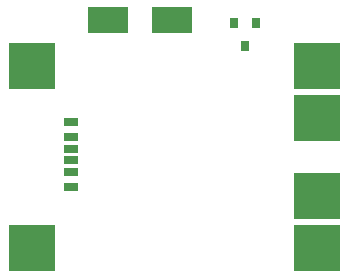
<source format=gbr>
G04 #@! TF.GenerationSoftware,KiCad,Pcbnew,(6.0.6)*
G04 #@! TF.CreationDate,2022-07-04T20:34:01+02:00*
G04 #@! TF.ProjectId,vogelhuisje_kicad,766f6765-6c68-4756-9973-6a655f6b6963,rev?*
G04 #@! TF.SameCoordinates,Original*
G04 #@! TF.FileFunction,Paste,Top*
G04 #@! TF.FilePolarity,Positive*
%FSLAX46Y46*%
G04 Gerber Fmt 4.6, Leading zero omitted, Abs format (unit mm)*
G04 Created by KiCad (PCBNEW (6.0.6)) date 2022-07-04 20:34:01*
%MOMM*%
%LPD*%
G01*
G04 APERTURE LIST*
%ADD10R,1.200000X0.700000*%
%ADD11R,1.200000X0.760000*%
%ADD12R,1.200000X0.800000*%
%ADD13R,3.500000X2.300000*%
%ADD14R,4.000000X4.000000*%
%ADD15R,0.800000X0.900000*%
G04 APERTURE END LIST*
D10*
X79280000Y-93480000D03*
D11*
X79280000Y-95500000D03*
D12*
X79280000Y-96730000D03*
D10*
X79280000Y-94480000D03*
D11*
X79280000Y-92460000D03*
D12*
X79280000Y-91230000D03*
D13*
X87790000Y-82550000D03*
X82390000Y-82550000D03*
D14*
X75930000Y-86470000D03*
X75930000Y-101870000D03*
X100030000Y-86470000D03*
X100030000Y-90870000D03*
X100030000Y-97470000D03*
X100030000Y-101870000D03*
D15*
X94930000Y-82820000D03*
X93030000Y-82820000D03*
X93980000Y-84820000D03*
M02*

</source>
